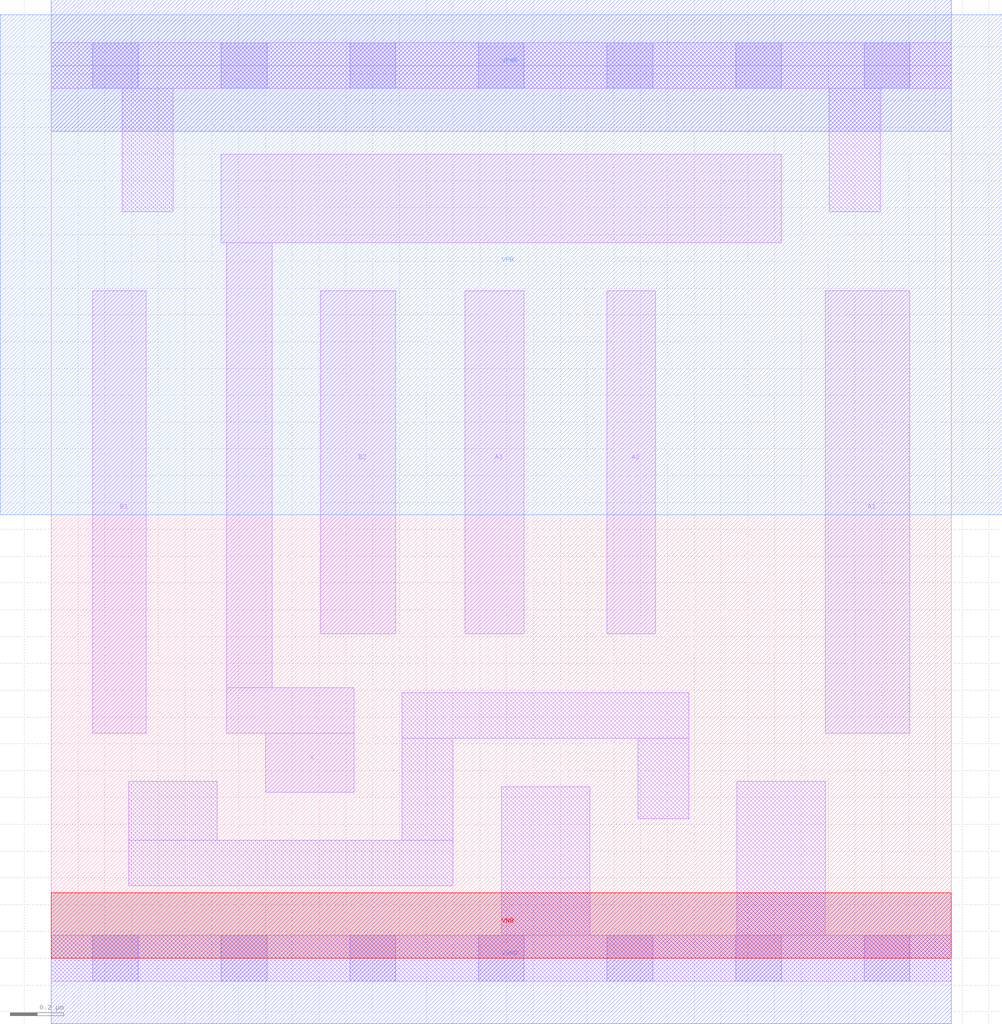
<source format=lef>
# Copyright 2020 The SkyWater PDK Authors
#
# Licensed under the Apache License, Version 2.0 (the "License");
# you may not use this file except in compliance with the License.
# You may obtain a copy of the License at
#
#     https://www.apache.org/licenses/LICENSE-2.0
#
# Unless required by applicable law or agreed to in writing, software
# distributed under the License is distributed on an "AS IS" BASIS,
# WITHOUT WARRANTIES OR CONDITIONS OF ANY KIND, either express or implied.
# See the License for the specific language governing permissions and
# limitations under the License.
#
# SPDX-License-Identifier: Apache-2.0

VERSION 5.7 ;
  NOWIREEXTENSIONATPIN ON ;
  DIVIDERCHAR "/" ;
  BUSBITCHARS "[]" ;
MACRO sky130_fd_sc_lp__o32ai_m
  CLASS CORE ;
  FOREIGN sky130_fd_sc_lp__o32ai_m ;
  ORIGIN  0.000000  0.000000 ;
  SIZE  3.360000 BY  3.330000 ;
  SYMMETRY X Y R90 ;
  SITE unit ;
  PIN A1
    ANTENNAGATEAREA  0.126000 ;
    DIRECTION INPUT ;
    USE SIGNAL ;
    PORT
      LAYER li1 ;
        RECT 2.890000 0.840000 3.205000 2.490000 ;
    END
  END A1
  PIN A2
    ANTENNAGATEAREA  0.126000 ;
    DIRECTION INPUT ;
    USE SIGNAL ;
    PORT
      LAYER li1 ;
        RECT 2.075000 1.210000 2.255000 2.490000 ;
    END
  END A2
  PIN A3
    ANTENNAGATEAREA  0.126000 ;
    DIRECTION INPUT ;
    USE SIGNAL ;
    PORT
      LAYER li1 ;
        RECT 1.545000 1.210000 1.765000 2.490000 ;
    END
  END A3
  PIN B1
    ANTENNAGATEAREA  0.126000 ;
    DIRECTION INPUT ;
    USE SIGNAL ;
    PORT
      LAYER li1 ;
        RECT 0.155000 0.840000 0.355000 2.490000 ;
    END
  END B1
  PIN B2
    ANTENNAGATEAREA  0.126000 ;
    DIRECTION INPUT ;
    USE SIGNAL ;
    PORT
      LAYER li1 ;
        RECT 1.005000 1.210000 1.285000 2.490000 ;
    END
  END B2
  PIN Y
    ANTENNADIFFAREA  0.235200 ;
    DIRECTION OUTPUT ;
    USE SIGNAL ;
    PORT
      LAYER li1 ;
        RECT 0.635000 2.670000 2.725000 3.000000 ;
        RECT 0.655000 0.840000 1.130000 1.010000 ;
        RECT 0.655000 1.010000 0.825000 2.670000 ;
        RECT 0.800000 0.620000 1.130000 0.840000 ;
    END
  END Y
  PIN VGND
    DIRECTION INOUT ;
    USE GROUND ;
    PORT
      LAYER met1 ;
        RECT 0.000000 -0.245000 3.360000 0.245000 ;
    END
  END VGND
  PIN VNB
    DIRECTION INOUT ;
    USE GROUND ;
    PORT
      LAYER pwell ;
        RECT 0.000000 0.000000 3.360000 0.245000 ;
    END
  END VNB
  PIN VPB
    DIRECTION INOUT ;
    USE POWER ;
    PORT
      LAYER nwell ;
        RECT -0.190000 1.655000 3.550000 3.520000 ;
    END
  END VPB
  PIN VPWR
    DIRECTION INOUT ;
    USE POWER ;
    PORT
      LAYER met1 ;
        RECT 0.000000 3.085000 3.360000 3.575000 ;
    END
  END VPWR
  OBS
    LAYER li1 ;
      RECT 0.000000 -0.085000 3.360000 0.085000 ;
      RECT 0.000000  3.245000 3.360000 3.415000 ;
      RECT 0.265000  2.785000 0.455000 3.245000 ;
      RECT 0.290000  0.270000 1.500000 0.440000 ;
      RECT 0.290000  0.440000 0.620000 0.660000 ;
      RECT 1.310000  0.440000 1.500000 0.820000 ;
      RECT 1.310000  0.820000 2.380000 0.990000 ;
      RECT 1.680000  0.085000 2.010000 0.640000 ;
      RECT 2.190000  0.520000 2.380000 0.820000 ;
      RECT 2.560000  0.085000 2.890000 0.660000 ;
      RECT 2.905000  2.785000 3.095000 3.245000 ;
    LAYER mcon ;
      RECT 0.155000 -0.085000 0.325000 0.085000 ;
      RECT 0.155000  3.245000 0.325000 3.415000 ;
      RECT 0.635000 -0.085000 0.805000 0.085000 ;
      RECT 0.635000  3.245000 0.805000 3.415000 ;
      RECT 1.115000 -0.085000 1.285000 0.085000 ;
      RECT 1.115000  3.245000 1.285000 3.415000 ;
      RECT 1.595000 -0.085000 1.765000 0.085000 ;
      RECT 1.595000  3.245000 1.765000 3.415000 ;
      RECT 2.075000 -0.085000 2.245000 0.085000 ;
      RECT 2.075000  3.245000 2.245000 3.415000 ;
      RECT 2.555000 -0.085000 2.725000 0.085000 ;
      RECT 2.555000  3.245000 2.725000 3.415000 ;
      RECT 3.035000 -0.085000 3.205000 0.085000 ;
      RECT 3.035000  3.245000 3.205000 3.415000 ;
  END
END sky130_fd_sc_lp__o32ai_m
END LIBRARY

</source>
